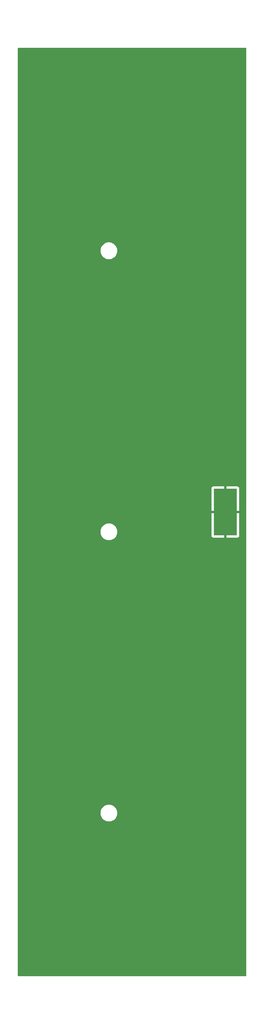
<source format=gbl>
%TF.GenerationSoftware,KiCad,Pcbnew,9.0.0*%
%TF.CreationDate,2025-03-16T10:30:10+01:00*%
%TF.ProjectId,DMH_Tripple_VCA_PANEL,444d485f-5472-4697-9070-6c655f564341,rev?*%
%TF.SameCoordinates,Original*%
%TF.FileFunction,Copper,L2,Bot*%
%TF.FilePolarity,Positive*%
%FSLAX46Y46*%
G04 Gerber Fmt 4.6, Leading zero omitted, Abs format (unit mm)*
G04 Created by KiCad (PCBNEW 9.0.0) date 2025-03-16 10:30:10*
%MOMM*%
%LPD*%
G01*
G04 APERTURE LIST*
%TA.AperFunction,ConnectorPad*%
%ADD10C,12.000000*%
%TD*%
%TA.AperFunction,ComponentPad*%
%ADD11O,2.500000X1.500000*%
%TD*%
%TA.AperFunction,ComponentPad*%
%ADD12C,4.000000*%
%TD*%
%TA.AperFunction,ComponentPad*%
%ADD13C,0.500000*%
%TD*%
%TA.AperFunction,ComponentPad*%
%ADD14C,2.900000*%
%TD*%
%TA.AperFunction,ComponentPad*%
%ADD15C,13.000000*%
%TD*%
%TA.AperFunction,SMDPad,CuDef*%
%ADD16R,5.000000X10.000000*%
%TD*%
G04 APERTURE END LIST*
D10*
%TO.P,H13,1,1*%
%TO.N,GND*%
X83250000Y-181000000D03*
D11*
X83250000Y-187000000D03*
%TD*%
D12*
%TO.P,H3,1,1*%
%TO.N,GND*%
X53500000Y-226500000D03*
%TD*%
D13*
%TO.P,H11,1,1*%
%TO.N,GND*%
X52800000Y-130000000D03*
X54460000Y-125970000D03*
X54470000Y-134040000D03*
X58500000Y-124300000D03*
D10*
X58500000Y-130000000D03*
D13*
X58500000Y-135700000D03*
X62530000Y-134040000D03*
X62540000Y-125970000D03*
X64200000Y-130000000D03*
%TD*%
%TO.P,H7,1,1*%
%TO.N,GND*%
X52800000Y-69750000D03*
X54460000Y-65720000D03*
X54470000Y-73790000D03*
X58500000Y-64050000D03*
D10*
X58500000Y-69750000D03*
D13*
X58500000Y-75450000D03*
X62530000Y-73790000D03*
X62540000Y-65720000D03*
X64200000Y-69750000D03*
%TD*%
D14*
%TO.P,H20,1,1*%
%TO.N,GND*%
X75000000Y-142100000D03*
D15*
X75000000Y-148500000D03*
%TD*%
D13*
%TO.P,H16,1,1*%
%TO.N,GND*%
X52800000Y-208750000D03*
X54460000Y-204720000D03*
X54470000Y-212790000D03*
X58500000Y-203050000D03*
D10*
X58500000Y-208750000D03*
D13*
X58500000Y-214450000D03*
X62530000Y-212790000D03*
X62540000Y-204720000D03*
X64200000Y-208750000D03*
%TD*%
%TO.P,H15,1,1*%
%TO.N,GND*%
X52800000Y-190250000D03*
X54460000Y-186220000D03*
X54470000Y-194290000D03*
X58500000Y-184550000D03*
D10*
X58500000Y-190250000D03*
D13*
X58500000Y-195950000D03*
X62530000Y-194290000D03*
X62540000Y-186220000D03*
X64200000Y-190250000D03*
%TD*%
%TO.P,H12,1,1*%
%TO.N,GND*%
X52800000Y-148500000D03*
X54460000Y-144470000D03*
X54470000Y-152540000D03*
X58500000Y-142800000D03*
D10*
X58500000Y-148500000D03*
D13*
X58500000Y-154200000D03*
X62530000Y-152540000D03*
X62540000Y-144470000D03*
X64200000Y-148500000D03*
%TD*%
%TO.P,H14,1,1*%
%TO.N,GND*%
X52800000Y-171750000D03*
X54460000Y-167720000D03*
X54470000Y-175790000D03*
X58500000Y-166050000D03*
D10*
X58500000Y-171750000D03*
D13*
X58500000Y-177450000D03*
X62530000Y-175790000D03*
X62540000Y-167720000D03*
X64200000Y-171750000D03*
%TD*%
%TO.P,H10,1,1*%
%TO.N,GND*%
X52800000Y-111500000D03*
X54460000Y-107470000D03*
X54470000Y-115540000D03*
X58500000Y-105800000D03*
D10*
X58500000Y-111500000D03*
D13*
X58500000Y-117200000D03*
X62530000Y-115540000D03*
X62540000Y-107470000D03*
X64200000Y-111500000D03*
%TD*%
D10*
%TO.P,H5,1,1*%
%TO.N,GND*%
X83250000Y-60500000D03*
D11*
X83250000Y-66500000D03*
%TD*%
D14*
%TO.P,H21,1,1*%
%TO.N,GND*%
X75000000Y-202350000D03*
D15*
X75000000Y-208750000D03*
%TD*%
D12*
%TO.P,H2,1,1*%
%TO.N,GND*%
X96500000Y-33500000D03*
%TD*%
%TO.P,H4,1,1*%
%TO.N,GND*%
X96500000Y-226500000D03*
%TD*%
%TO.P,H1,1,1*%
%TO.N,GND*%
X53500000Y-33500000D03*
%TD*%
D14*
%TO.P,H19,1,1*%
%TO.N,GND*%
X75000000Y-81850000D03*
D15*
X75000000Y-88250000D03*
%TD*%
D10*
%TO.P,H9,1,1*%
%TO.N,GND*%
X83250000Y-120750000D03*
D11*
X83250000Y-126750000D03*
%TD*%
D13*
%TO.P,H6,1,1*%
%TO.N,GND*%
X52800000Y-51250000D03*
X54460000Y-47220000D03*
X54470000Y-55290000D03*
X58500000Y-45550000D03*
D10*
X58500000Y-51250000D03*
D13*
X58500000Y-56950000D03*
X62530000Y-55290000D03*
X62540000Y-47220000D03*
X64200000Y-51250000D03*
%TD*%
%TO.P,H18,1,1*%
%TO.N,GND*%
X85800000Y-208750000D03*
X87460000Y-204720000D03*
X87470000Y-212790000D03*
X91500000Y-203050000D03*
D10*
X91500000Y-208750000D03*
D13*
X91500000Y-214450000D03*
X95530000Y-212790000D03*
X95540000Y-204720000D03*
X97200000Y-208750000D03*
%TD*%
%TO.P,H8,1,1*%
%TO.N,GND*%
X52800000Y-88250000D03*
X54460000Y-84220000D03*
X54470000Y-92290000D03*
X58500000Y-82550000D03*
D10*
X58500000Y-88250000D03*
D13*
X58500000Y-93950000D03*
X62530000Y-92290000D03*
X62540000Y-84220000D03*
X64200000Y-88250000D03*
%TD*%
D16*
%TO.P,J0,1,Pin_1*%
%TO.N,GND*%
X95000000Y-130000000D03*
%TD*%
%TA.AperFunction,Conductor*%
%TO.N,GND*%
G36*
X99442539Y-30520185D02*
G01*
X99488294Y-30572989D01*
X99499500Y-30624500D01*
X99499500Y-229375500D01*
X99479815Y-229442539D01*
X99427011Y-229488294D01*
X99375500Y-229499500D01*
X50624500Y-229499500D01*
X50557461Y-229479815D01*
X50511706Y-229427011D01*
X50500500Y-229375500D01*
X50500500Y-208537814D01*
X53099500Y-208537814D01*
X53099500Y-208558097D01*
X53099500Y-208962186D01*
X53132796Y-209385250D01*
X53199182Y-209804398D01*
X53298250Y-210217045D01*
X53298254Y-210217056D01*
X53429385Y-210620641D01*
X53496000Y-210781463D01*
X53591789Y-211012716D01*
X53784450Y-211390835D01*
X53784457Y-211390848D01*
X53784460Y-211390853D01*
X53807375Y-211428246D01*
X54006184Y-211752672D01*
X54006192Y-211752683D01*
X54006198Y-211752692D01*
X54255617Y-212095989D01*
X54255627Y-212096003D01*
X54378919Y-212240358D01*
X54531231Y-212418692D01*
X54831308Y-212718769D01*
X54831314Y-212718774D01*
X55153996Y-212994372D01*
X55154010Y-212994382D01*
X55361749Y-213145313D01*
X55497328Y-213243816D01*
X55625685Y-213322473D01*
X55859146Y-213465539D01*
X55859151Y-213465542D01*
X55859156Y-213465544D01*
X55859165Y-213465550D01*
X56237284Y-213658211D01*
X56629353Y-213820612D01*
X56629358Y-213820614D01*
X56731979Y-213853957D01*
X57032955Y-213951750D01*
X57445602Y-214050818D01*
X57864750Y-214117204D01*
X58287814Y-214150500D01*
X58287822Y-214150500D01*
X58712178Y-214150500D01*
X58712186Y-214150500D01*
X59135250Y-214117204D01*
X59554398Y-214050818D01*
X59967045Y-213951750D01*
X60370647Y-213820612D01*
X60762716Y-213658211D01*
X61140835Y-213465550D01*
X61502672Y-213243816D01*
X61845997Y-212994377D01*
X62168692Y-212718769D01*
X62468769Y-212418692D01*
X62744377Y-212095997D01*
X62993816Y-211752672D01*
X63215550Y-211390835D01*
X63408211Y-211012716D01*
X63570612Y-210620647D01*
X63701750Y-210217045D01*
X63800818Y-209804398D01*
X63867204Y-209385250D01*
X63900500Y-208962186D01*
X63900500Y-208537814D01*
X86099500Y-208537814D01*
X86099500Y-208558097D01*
X86099500Y-208962186D01*
X86132796Y-209385250D01*
X86199182Y-209804398D01*
X86298250Y-210217045D01*
X86298254Y-210217056D01*
X86429385Y-210620641D01*
X86496000Y-210781463D01*
X86591789Y-211012716D01*
X86784450Y-211390835D01*
X86784457Y-211390848D01*
X86784460Y-211390853D01*
X86807375Y-211428246D01*
X87006184Y-211752672D01*
X87006192Y-211752683D01*
X87006198Y-211752692D01*
X87255617Y-212095989D01*
X87255627Y-212096003D01*
X87378919Y-212240358D01*
X87531231Y-212418692D01*
X87831308Y-212718769D01*
X87831314Y-212718774D01*
X88153996Y-212994372D01*
X88154010Y-212994382D01*
X88361749Y-213145313D01*
X88497328Y-213243816D01*
X88625685Y-213322473D01*
X88859146Y-213465539D01*
X88859151Y-213465542D01*
X88859156Y-213465544D01*
X88859165Y-213465550D01*
X89237284Y-213658211D01*
X89629353Y-213820612D01*
X89629358Y-213820614D01*
X89731979Y-213853957D01*
X90032955Y-213951750D01*
X90445602Y-214050818D01*
X90864750Y-214117204D01*
X91287814Y-214150500D01*
X91287822Y-214150500D01*
X91712178Y-214150500D01*
X91712186Y-214150500D01*
X92135250Y-214117204D01*
X92554398Y-214050818D01*
X92967045Y-213951750D01*
X93370647Y-213820612D01*
X93762716Y-213658211D01*
X94140835Y-213465550D01*
X94502672Y-213243816D01*
X94845997Y-212994377D01*
X95168692Y-212718769D01*
X95468769Y-212418692D01*
X95744377Y-212095997D01*
X95993816Y-211752672D01*
X96215550Y-211390835D01*
X96408211Y-211012716D01*
X96570612Y-210620647D01*
X96701750Y-210217045D01*
X96800818Y-209804398D01*
X96867204Y-209385250D01*
X96900500Y-208962186D01*
X96900500Y-208537814D01*
X96867204Y-208114750D01*
X96800818Y-207695602D01*
X96701750Y-207282955D01*
X96570612Y-206879353D01*
X96408211Y-206487284D01*
X96215550Y-206109165D01*
X96215544Y-206109156D01*
X96215542Y-206109151D01*
X96215539Y-206109146D01*
X95993823Y-205747340D01*
X95993816Y-205747328D01*
X95744377Y-205404003D01*
X95744372Y-205403996D01*
X95468774Y-205081314D01*
X95468769Y-205081308D01*
X95168692Y-204781231D01*
X95168685Y-204781225D01*
X94846003Y-204505627D01*
X94845989Y-204505617D01*
X94502692Y-204256198D01*
X94502683Y-204256192D01*
X94502672Y-204256184D01*
X94502659Y-204256176D01*
X94140853Y-204034460D01*
X94140848Y-204034457D01*
X94140838Y-204034452D01*
X94140835Y-204034450D01*
X93762716Y-203841789D01*
X93762702Y-203841783D01*
X93370641Y-203679385D01*
X93083478Y-203586081D01*
X92967045Y-203548250D01*
X92554398Y-203449182D01*
X92135250Y-203382796D01*
X91712191Y-203349500D01*
X91712186Y-203349500D01*
X91287814Y-203349500D01*
X91287808Y-203349500D01*
X90864749Y-203382796D01*
X90864748Y-203382796D01*
X90445607Y-203449181D01*
X90445604Y-203449181D01*
X90445602Y-203449182D01*
X90297817Y-203484661D01*
X90032966Y-203548247D01*
X90032960Y-203548248D01*
X90032955Y-203548250D01*
X90032943Y-203548254D01*
X89629358Y-203679385D01*
X89237297Y-203841783D01*
X89237284Y-203841789D01*
X88859151Y-204034457D01*
X88859146Y-204034460D01*
X88497340Y-204256176D01*
X88497307Y-204256198D01*
X88154010Y-204505617D01*
X88153996Y-204505627D01*
X87831314Y-204781225D01*
X87831300Y-204781238D01*
X87531238Y-205081300D01*
X87531225Y-205081314D01*
X87255627Y-205403996D01*
X87255617Y-205404010D01*
X87006198Y-205747307D01*
X87006176Y-205747340D01*
X86784460Y-206109146D01*
X86784457Y-206109151D01*
X86591789Y-206487284D01*
X86591783Y-206487297D01*
X86429385Y-206879358D01*
X86298254Y-207282943D01*
X86298247Y-207282966D01*
X86199181Y-207695607D01*
X86183000Y-207797774D01*
X86132796Y-208114750D01*
X86099500Y-208537814D01*
X63900500Y-208537814D01*
X63867204Y-208114750D01*
X63800818Y-207695602D01*
X63701750Y-207282955D01*
X63570612Y-206879353D01*
X63408211Y-206487284D01*
X63215550Y-206109165D01*
X63215544Y-206109156D01*
X63215542Y-206109151D01*
X63215539Y-206109146D01*
X62993823Y-205747340D01*
X62993816Y-205747328D01*
X62744377Y-205404003D01*
X62744372Y-205403996D01*
X62468774Y-205081314D01*
X62468769Y-205081308D01*
X62168692Y-204781231D01*
X62168685Y-204781225D01*
X61846003Y-204505627D01*
X61845989Y-204505617D01*
X61502692Y-204256198D01*
X61502683Y-204256192D01*
X61502672Y-204256184D01*
X61502659Y-204256176D01*
X61140853Y-204034460D01*
X61140848Y-204034457D01*
X61140838Y-204034452D01*
X61140835Y-204034450D01*
X60762716Y-203841789D01*
X60762702Y-203841783D01*
X60370641Y-203679385D01*
X60083478Y-203586081D01*
X59967045Y-203548250D01*
X59554398Y-203449182D01*
X59135250Y-203382796D01*
X58712191Y-203349500D01*
X58712186Y-203349500D01*
X58287814Y-203349500D01*
X58287808Y-203349500D01*
X57864749Y-203382796D01*
X57864748Y-203382796D01*
X57445607Y-203449181D01*
X57445604Y-203449181D01*
X57445602Y-203449182D01*
X57297817Y-203484661D01*
X57032966Y-203548247D01*
X57032960Y-203548248D01*
X57032955Y-203548250D01*
X57032943Y-203548254D01*
X56629358Y-203679385D01*
X56237297Y-203841783D01*
X56237284Y-203841789D01*
X55859151Y-204034457D01*
X55859146Y-204034460D01*
X55497340Y-204256176D01*
X55497307Y-204256198D01*
X55154010Y-204505617D01*
X55153996Y-204505627D01*
X54831314Y-204781225D01*
X54831300Y-204781238D01*
X54531238Y-205081300D01*
X54531225Y-205081314D01*
X54255627Y-205403996D01*
X54255617Y-205404010D01*
X54006198Y-205747307D01*
X54006176Y-205747340D01*
X53784460Y-206109146D01*
X53784457Y-206109151D01*
X53591789Y-206487284D01*
X53591783Y-206487297D01*
X53429385Y-206879358D01*
X53298254Y-207282943D01*
X53298247Y-207282966D01*
X53199181Y-207695607D01*
X53183000Y-207797774D01*
X53132796Y-208114750D01*
X53099500Y-208537814D01*
X50500500Y-208537814D01*
X50500500Y-190037814D01*
X53099500Y-190037814D01*
X53099500Y-190058097D01*
X53099500Y-190462186D01*
X53132796Y-190885250D01*
X53199182Y-191304398D01*
X53298250Y-191717045D01*
X53298254Y-191717056D01*
X53429385Y-192120641D01*
X53496000Y-192281463D01*
X53591789Y-192512716D01*
X53784450Y-192890835D01*
X53784457Y-192890848D01*
X53784460Y-192890853D01*
X53939227Y-193143408D01*
X54006184Y-193252672D01*
X54006192Y-193252683D01*
X54006198Y-193252692D01*
X54255617Y-193595989D01*
X54255627Y-193596003D01*
X54378919Y-193740358D01*
X54531231Y-193918692D01*
X54831308Y-194218769D01*
X54831314Y-194218774D01*
X55153996Y-194494372D01*
X55154010Y-194494382D01*
X55361749Y-194645313D01*
X55497328Y-194743816D01*
X55625685Y-194822473D01*
X55859146Y-194965539D01*
X55859151Y-194965542D01*
X55859156Y-194965544D01*
X55859165Y-194965550D01*
X56237284Y-195158211D01*
X56629353Y-195320612D01*
X56629358Y-195320614D01*
X56731979Y-195353957D01*
X57032955Y-195451750D01*
X57445602Y-195550818D01*
X57864750Y-195617204D01*
X58287814Y-195650500D01*
X58287822Y-195650500D01*
X58712178Y-195650500D01*
X58712186Y-195650500D01*
X59135250Y-195617204D01*
X59554398Y-195550818D01*
X59967045Y-195451750D01*
X60370647Y-195320612D01*
X60762716Y-195158211D01*
X61140835Y-194965550D01*
X61502672Y-194743816D01*
X61845997Y-194494377D01*
X61977579Y-194381995D01*
X68199500Y-194381995D01*
X68199500Y-194618004D01*
X68199501Y-194618020D01*
X68230306Y-194852010D01*
X68291394Y-195079993D01*
X68381714Y-195298045D01*
X68381719Y-195298056D01*
X68452677Y-195420957D01*
X68499727Y-195502450D01*
X68499729Y-195502453D01*
X68499730Y-195502454D01*
X68643406Y-195689697D01*
X68643412Y-195689704D01*
X68810295Y-195856587D01*
X68810301Y-195856592D01*
X68997550Y-196000273D01*
X69128918Y-196076118D01*
X69201943Y-196118280D01*
X69201948Y-196118282D01*
X69201951Y-196118284D01*
X69420007Y-196208606D01*
X69647986Y-196269693D01*
X69881989Y-196300500D01*
X69881996Y-196300500D01*
X70118004Y-196300500D01*
X70118011Y-196300500D01*
X70352014Y-196269693D01*
X70579993Y-196208606D01*
X70798049Y-196118284D01*
X71002450Y-196000273D01*
X71189699Y-195856592D01*
X71356592Y-195689699D01*
X71500273Y-195502450D01*
X71618284Y-195298049D01*
X71708606Y-195079993D01*
X71769693Y-194852014D01*
X71800500Y-194618011D01*
X71800500Y-194381989D01*
X71769693Y-194147986D01*
X71708606Y-193920007D01*
X71618284Y-193701951D01*
X71618282Y-193701948D01*
X71618280Y-193701943D01*
X71557107Y-193595989D01*
X71500273Y-193497550D01*
X71356592Y-193310301D01*
X71356587Y-193310295D01*
X71189704Y-193143412D01*
X71189697Y-193143406D01*
X71002454Y-192999730D01*
X71002453Y-192999729D01*
X71002450Y-192999727D01*
X70920957Y-192952677D01*
X70798056Y-192881719D01*
X70798045Y-192881714D01*
X70579993Y-192791394D01*
X70352010Y-192730306D01*
X70118020Y-192699501D01*
X70118017Y-192699500D01*
X70118011Y-192699500D01*
X69881989Y-192699500D01*
X69881983Y-192699500D01*
X69881979Y-192699501D01*
X69647989Y-192730306D01*
X69420006Y-192791394D01*
X69201954Y-192881714D01*
X69201943Y-192881719D01*
X68997545Y-192999730D01*
X68810302Y-193143406D01*
X68810295Y-193143412D01*
X68643412Y-193310295D01*
X68643406Y-193310302D01*
X68499730Y-193497545D01*
X68381719Y-193701943D01*
X68381714Y-193701954D01*
X68291394Y-193920006D01*
X68230306Y-194147989D01*
X68199501Y-194381979D01*
X68199500Y-194381995D01*
X61977579Y-194381995D01*
X62168692Y-194218769D01*
X62468769Y-193918692D01*
X62744377Y-193595997D01*
X62993816Y-193252672D01*
X63215550Y-192890835D01*
X63408211Y-192512716D01*
X63570612Y-192120647D01*
X63701750Y-191717045D01*
X63800818Y-191304398D01*
X63867204Y-190885250D01*
X63900500Y-190462186D01*
X63900500Y-190037814D01*
X63867204Y-189614750D01*
X63800818Y-189195602D01*
X63701750Y-188782955D01*
X63570612Y-188379353D01*
X63408211Y-187987284D01*
X63215550Y-187609165D01*
X63215544Y-187609156D01*
X63215542Y-187609151D01*
X63215539Y-187609146D01*
X62993823Y-187247340D01*
X62993816Y-187247328D01*
X62744377Y-186904003D01*
X62744372Y-186903996D01*
X62468774Y-186581314D01*
X62468769Y-186581308D01*
X62168692Y-186281231D01*
X62168685Y-186281225D01*
X61846003Y-186005627D01*
X61845989Y-186005617D01*
X61502692Y-185756198D01*
X61502683Y-185756192D01*
X61502672Y-185756184D01*
X61502659Y-185756176D01*
X61140853Y-185534460D01*
X61140848Y-185534457D01*
X61140838Y-185534452D01*
X61140835Y-185534450D01*
X60762716Y-185341789D01*
X60762702Y-185341783D01*
X60370641Y-185179385D01*
X60083478Y-185086081D01*
X59967045Y-185048250D01*
X59554398Y-184949182D01*
X59135250Y-184882796D01*
X58712191Y-184849500D01*
X58712186Y-184849500D01*
X58287814Y-184849500D01*
X58287808Y-184849500D01*
X57864749Y-184882796D01*
X57864748Y-184882796D01*
X57445607Y-184949181D01*
X57445604Y-184949181D01*
X57445602Y-184949182D01*
X57392324Y-184961973D01*
X57032966Y-185048247D01*
X57032960Y-185048248D01*
X57032955Y-185048250D01*
X57032943Y-185048254D01*
X56629358Y-185179385D01*
X56237297Y-185341783D01*
X56237284Y-185341789D01*
X55859151Y-185534457D01*
X55859146Y-185534460D01*
X55497340Y-185756176D01*
X55497307Y-185756198D01*
X55154010Y-186005617D01*
X55153996Y-186005627D01*
X54831314Y-186281225D01*
X54831300Y-186281238D01*
X54531238Y-186581300D01*
X54531225Y-186581314D01*
X54255627Y-186903996D01*
X54255617Y-186904010D01*
X54006198Y-187247307D01*
X54006176Y-187247340D01*
X53784460Y-187609146D01*
X53784457Y-187609151D01*
X53591789Y-187987284D01*
X53591783Y-187987297D01*
X53429385Y-188379358D01*
X53298254Y-188782943D01*
X53298247Y-188782966D01*
X53199181Y-189195607D01*
X53183000Y-189297774D01*
X53132796Y-189614750D01*
X53099500Y-190037814D01*
X50500500Y-190037814D01*
X50500500Y-180803471D01*
X79249500Y-180803471D01*
X79249500Y-181196528D01*
X79288026Y-181587702D01*
X79364704Y-181973194D01*
X79364707Y-181973205D01*
X79478810Y-182349354D01*
X79629230Y-182712499D01*
X79629232Y-182712504D01*
X79814511Y-183059137D01*
X79814522Y-183059155D01*
X80032887Y-183385960D01*
X80032897Y-183385974D01*
X80282254Y-183689817D01*
X80560182Y-183967745D01*
X80560187Y-183967749D01*
X80560188Y-183967750D01*
X80864031Y-184217107D01*
X81190851Y-184435482D01*
X81190860Y-184435487D01*
X81190862Y-184435488D01*
X81537495Y-184620767D01*
X81537497Y-184620767D01*
X81537503Y-184620771D01*
X81900647Y-184771190D01*
X82276785Y-184885290D01*
X82276791Y-184885291D01*
X82276794Y-184885292D01*
X82276805Y-184885295D01*
X82662297Y-184961973D01*
X83053468Y-185000500D01*
X83053471Y-185000500D01*
X83446529Y-185000500D01*
X83446532Y-185000500D01*
X83837703Y-184961973D01*
X83912748Y-184947045D01*
X84223194Y-184885295D01*
X84223205Y-184885292D01*
X84223205Y-184885291D01*
X84223215Y-184885290D01*
X84599353Y-184771190D01*
X84962497Y-184620771D01*
X85309149Y-184435482D01*
X85635969Y-184217107D01*
X85939812Y-183967750D01*
X86217750Y-183689812D01*
X86467107Y-183385969D01*
X86685482Y-183059149D01*
X86870771Y-182712497D01*
X87021190Y-182349353D01*
X87135290Y-181973215D01*
X87135292Y-181973205D01*
X87135295Y-181973194D01*
X87211973Y-181587702D01*
X87250500Y-181196528D01*
X87250500Y-180803471D01*
X87211973Y-180412297D01*
X87135295Y-180026805D01*
X87135292Y-180026794D01*
X87135291Y-180026791D01*
X87135290Y-180026785D01*
X87021190Y-179650647D01*
X86870771Y-179287503D01*
X86858355Y-179264275D01*
X86685488Y-178940862D01*
X86685487Y-178940860D01*
X86685482Y-178940851D01*
X86467107Y-178614031D01*
X86217750Y-178310188D01*
X86217749Y-178310187D01*
X86217745Y-178310182D01*
X85939817Y-178032254D01*
X85635974Y-177782897D01*
X85635973Y-177782896D01*
X85635969Y-177782893D01*
X85309149Y-177564518D01*
X85309144Y-177564515D01*
X85309137Y-177564511D01*
X84962504Y-177379232D01*
X84962499Y-177379230D01*
X84599354Y-177228810D01*
X84223205Y-177114707D01*
X84223194Y-177114704D01*
X83837702Y-177038026D01*
X83543089Y-177009010D01*
X83446532Y-176999500D01*
X83053468Y-176999500D01*
X82964251Y-177008287D01*
X82662297Y-177038026D01*
X82276805Y-177114704D01*
X82276794Y-177114707D01*
X81900645Y-177228810D01*
X81537500Y-177379230D01*
X81537495Y-177379232D01*
X81190862Y-177564511D01*
X81190844Y-177564522D01*
X80864039Y-177782887D01*
X80864025Y-177782897D01*
X80560182Y-178032254D01*
X80282254Y-178310182D01*
X80032897Y-178614025D01*
X80032887Y-178614039D01*
X79814522Y-178940844D01*
X79814511Y-178940862D01*
X79629232Y-179287495D01*
X79629230Y-179287500D01*
X79478810Y-179650645D01*
X79364707Y-180026794D01*
X79364704Y-180026805D01*
X79288026Y-180412297D01*
X79249500Y-180803471D01*
X50500500Y-180803471D01*
X50500500Y-171537814D01*
X53099500Y-171537814D01*
X53099500Y-171558097D01*
X53099500Y-171962186D01*
X53132796Y-172385250D01*
X53199182Y-172804398D01*
X53298250Y-173217045D01*
X53298254Y-173217056D01*
X53429385Y-173620641D01*
X53496000Y-173781463D01*
X53591789Y-174012716D01*
X53784450Y-174390835D01*
X53784457Y-174390848D01*
X53784460Y-174390853D01*
X53807375Y-174428246D01*
X54006184Y-174752672D01*
X54006192Y-174752683D01*
X54006198Y-174752692D01*
X54255617Y-175095989D01*
X54255627Y-175096003D01*
X54378919Y-175240358D01*
X54531231Y-175418692D01*
X54831308Y-175718769D01*
X54831314Y-175718774D01*
X55153996Y-175994372D01*
X55154010Y-175994382D01*
X55361749Y-176145313D01*
X55497328Y-176243816D01*
X55625685Y-176322473D01*
X55859146Y-176465539D01*
X55859151Y-176465542D01*
X55859156Y-176465544D01*
X55859165Y-176465550D01*
X56237284Y-176658211D01*
X56629353Y-176820612D01*
X56629358Y-176820614D01*
X56731979Y-176853957D01*
X57032955Y-176951750D01*
X57445602Y-177050818D01*
X57864750Y-177117204D01*
X58287814Y-177150500D01*
X58287822Y-177150500D01*
X58712178Y-177150500D01*
X58712186Y-177150500D01*
X59135250Y-177117204D01*
X59554398Y-177050818D01*
X59967045Y-176951750D01*
X60370647Y-176820612D01*
X60762716Y-176658211D01*
X61140835Y-176465550D01*
X61502672Y-176243816D01*
X61845997Y-175994377D01*
X62168692Y-175718769D01*
X62468769Y-175418692D01*
X62744377Y-175095997D01*
X62993816Y-174752672D01*
X63215550Y-174390835D01*
X63408211Y-174012716D01*
X63570612Y-173620647D01*
X63701750Y-173217045D01*
X63800818Y-172804398D01*
X63867204Y-172385250D01*
X63900500Y-171962186D01*
X63900500Y-171537814D01*
X63867204Y-171114750D01*
X63800818Y-170695602D01*
X63701750Y-170282955D01*
X63570612Y-169879353D01*
X63408211Y-169487284D01*
X63215550Y-169109165D01*
X63215544Y-169109156D01*
X63215542Y-169109151D01*
X63215539Y-169109146D01*
X62993823Y-168747340D01*
X62993816Y-168747328D01*
X62744377Y-168404003D01*
X62744372Y-168403996D01*
X62468774Y-168081314D01*
X62468769Y-168081308D01*
X62168692Y-167781231D01*
X62168685Y-167781225D01*
X61846003Y-167505627D01*
X61845989Y-167505617D01*
X61502692Y-167256198D01*
X61502683Y-167256192D01*
X61502672Y-167256184D01*
X61502659Y-167256176D01*
X61140853Y-167034460D01*
X61140848Y-167034457D01*
X61140838Y-167034452D01*
X61140835Y-167034450D01*
X60762716Y-166841789D01*
X60762702Y-166841783D01*
X60370641Y-166679385D01*
X60083478Y-166586081D01*
X59967045Y-166548250D01*
X59554398Y-166449182D01*
X59135250Y-166382796D01*
X58712191Y-166349500D01*
X58712186Y-166349500D01*
X58287814Y-166349500D01*
X58287808Y-166349500D01*
X57864749Y-166382796D01*
X57864748Y-166382796D01*
X57445607Y-166449181D01*
X57445604Y-166449181D01*
X57445602Y-166449182D01*
X57297817Y-166484661D01*
X57032966Y-166548247D01*
X57032960Y-166548248D01*
X57032955Y-166548250D01*
X57032943Y-166548254D01*
X56629358Y-166679385D01*
X56237297Y-166841783D01*
X56237284Y-166841789D01*
X55859151Y-167034457D01*
X55859146Y-167034460D01*
X55497340Y-167256176D01*
X55497307Y-167256198D01*
X55154010Y-167505617D01*
X55153996Y-167505627D01*
X54831314Y-167781225D01*
X54831300Y-167781238D01*
X54531238Y-168081300D01*
X54531225Y-168081314D01*
X54255627Y-168403996D01*
X54255617Y-168404010D01*
X54006198Y-168747307D01*
X54006176Y-168747340D01*
X53784460Y-169109146D01*
X53784457Y-169109151D01*
X53591789Y-169487284D01*
X53591783Y-169487297D01*
X53429385Y-169879358D01*
X53298254Y-170282943D01*
X53298247Y-170282966D01*
X53199181Y-170695607D01*
X53183000Y-170797774D01*
X53132796Y-171114750D01*
X53099500Y-171537814D01*
X50500500Y-171537814D01*
X50500500Y-148287814D01*
X53099500Y-148287814D01*
X53099500Y-148308097D01*
X53099500Y-148712186D01*
X53132796Y-149135250D01*
X53199182Y-149554398D01*
X53298250Y-149967045D01*
X53298254Y-149967056D01*
X53429385Y-150370641D01*
X53496000Y-150531463D01*
X53591789Y-150762716D01*
X53784450Y-151140835D01*
X53784457Y-151140848D01*
X53784460Y-151140853D01*
X53807375Y-151178246D01*
X54006184Y-151502672D01*
X54006192Y-151502683D01*
X54006198Y-151502692D01*
X54255617Y-151845989D01*
X54255627Y-151846003D01*
X54378919Y-151990358D01*
X54531231Y-152168692D01*
X54831308Y-152468769D01*
X54831314Y-152468774D01*
X55153996Y-152744372D01*
X55154010Y-152744382D01*
X55361749Y-152895313D01*
X55497328Y-152993816D01*
X55625685Y-153072473D01*
X55859146Y-153215539D01*
X55859151Y-153215542D01*
X55859156Y-153215544D01*
X55859165Y-153215550D01*
X56237284Y-153408211D01*
X56629353Y-153570612D01*
X56629358Y-153570614D01*
X56731979Y-153603957D01*
X57032955Y-153701750D01*
X57445602Y-153800818D01*
X57864750Y-153867204D01*
X58287814Y-153900500D01*
X58287822Y-153900500D01*
X58712178Y-153900500D01*
X58712186Y-153900500D01*
X59135250Y-153867204D01*
X59554398Y-153800818D01*
X59967045Y-153701750D01*
X60370647Y-153570612D01*
X60762716Y-153408211D01*
X61140835Y-153215550D01*
X61502672Y-152993816D01*
X61845997Y-152744377D01*
X62168692Y-152468769D01*
X62468769Y-152168692D01*
X62744377Y-151845997D01*
X62993816Y-151502672D01*
X63215550Y-151140835D01*
X63408211Y-150762716D01*
X63570612Y-150370647D01*
X63701750Y-149967045D01*
X63800818Y-149554398D01*
X63867204Y-149135250D01*
X63900500Y-148712186D01*
X63900500Y-148287814D01*
X63867204Y-147864750D01*
X63800818Y-147445602D01*
X63701750Y-147032955D01*
X63570612Y-146629353D01*
X63408211Y-146237284D01*
X63215550Y-145859165D01*
X63215544Y-145859156D01*
X63215542Y-145859151D01*
X63215539Y-145859146D01*
X62993823Y-145497340D01*
X62993816Y-145497328D01*
X62744377Y-145154003D01*
X62744372Y-145153996D01*
X62468774Y-144831314D01*
X62468769Y-144831308D01*
X62168692Y-144531231D01*
X62168685Y-144531225D01*
X61846003Y-144255627D01*
X61845989Y-144255617D01*
X61502692Y-144006198D01*
X61502683Y-144006192D01*
X61502672Y-144006184D01*
X61502659Y-144006176D01*
X61140853Y-143784460D01*
X61140848Y-143784457D01*
X61140838Y-143784452D01*
X61140835Y-143784450D01*
X60762716Y-143591789D01*
X60762702Y-143591783D01*
X60370641Y-143429385D01*
X60083478Y-143336081D01*
X59967045Y-143298250D01*
X59554398Y-143199182D01*
X59135250Y-143132796D01*
X58712191Y-143099500D01*
X58712186Y-143099500D01*
X58287814Y-143099500D01*
X58287808Y-143099500D01*
X57864749Y-143132796D01*
X57864748Y-143132796D01*
X57445607Y-143199181D01*
X57445604Y-143199181D01*
X57445602Y-143199182D01*
X57297817Y-143234661D01*
X57032966Y-143298247D01*
X57032960Y-143298248D01*
X57032955Y-143298250D01*
X57032943Y-143298254D01*
X56629358Y-143429385D01*
X56237297Y-143591783D01*
X56237284Y-143591789D01*
X55859151Y-143784457D01*
X55859146Y-143784460D01*
X55497340Y-144006176D01*
X55497307Y-144006198D01*
X55154010Y-144255617D01*
X55153996Y-144255627D01*
X54831314Y-144531225D01*
X54831300Y-144531238D01*
X54531238Y-144831300D01*
X54531225Y-144831314D01*
X54255627Y-145153996D01*
X54255617Y-145154010D01*
X54006198Y-145497307D01*
X54006176Y-145497340D01*
X53784460Y-145859146D01*
X53784457Y-145859151D01*
X53591789Y-146237284D01*
X53591783Y-146237297D01*
X53429385Y-146629358D01*
X53298254Y-147032943D01*
X53298247Y-147032966D01*
X53199181Y-147445607D01*
X53183000Y-147547774D01*
X53132796Y-147864750D01*
X53099500Y-148287814D01*
X50500500Y-148287814D01*
X50500500Y-129787814D01*
X53099500Y-129787814D01*
X53099500Y-129808097D01*
X53099500Y-130212186D01*
X53132796Y-130635250D01*
X53199182Y-131054398D01*
X53298250Y-131467045D01*
X53298254Y-131467056D01*
X53429385Y-131870641D01*
X53496000Y-132031463D01*
X53591789Y-132262716D01*
X53784450Y-132640835D01*
X53784457Y-132640848D01*
X53784460Y-132640853D01*
X53939227Y-132893408D01*
X54006184Y-133002672D01*
X54006192Y-133002683D01*
X54006198Y-133002692D01*
X54255617Y-133345989D01*
X54255627Y-133346003D01*
X54378919Y-133490358D01*
X54531231Y-133668692D01*
X54831308Y-133968769D01*
X54831314Y-133968774D01*
X55153996Y-134244372D01*
X55154010Y-134244382D01*
X55361749Y-134395313D01*
X55497328Y-134493816D01*
X55625685Y-134572473D01*
X55859146Y-134715539D01*
X55859151Y-134715542D01*
X55859156Y-134715544D01*
X55859165Y-134715550D01*
X56237284Y-134908211D01*
X56629353Y-135070612D01*
X56629358Y-135070614D01*
X56731979Y-135103957D01*
X57032955Y-135201750D01*
X57445602Y-135300818D01*
X57864750Y-135367204D01*
X58287814Y-135400500D01*
X58287822Y-135400500D01*
X58712178Y-135400500D01*
X58712186Y-135400500D01*
X59135250Y-135367204D01*
X59554398Y-135300818D01*
X59967045Y-135201750D01*
X60370647Y-135070612D01*
X60762716Y-134908211D01*
X61140835Y-134715550D01*
X61502672Y-134493816D01*
X61845997Y-134244377D01*
X61977579Y-134131995D01*
X68199500Y-134131995D01*
X68199500Y-134368004D01*
X68199501Y-134368020D01*
X68230306Y-134602010D01*
X68291394Y-134829993D01*
X68381714Y-135048045D01*
X68381719Y-135048056D01*
X68415966Y-135107372D01*
X68499727Y-135252450D01*
X68499729Y-135252453D01*
X68499730Y-135252454D01*
X68643406Y-135439697D01*
X68643412Y-135439704D01*
X68810295Y-135606587D01*
X68810301Y-135606592D01*
X68997550Y-135750273D01*
X69128918Y-135826118D01*
X69201943Y-135868280D01*
X69201948Y-135868282D01*
X69201951Y-135868284D01*
X69420007Y-135958606D01*
X69647986Y-136019693D01*
X69881989Y-136050500D01*
X69881996Y-136050500D01*
X70118004Y-136050500D01*
X70118011Y-136050500D01*
X70352014Y-136019693D01*
X70579993Y-135958606D01*
X70798049Y-135868284D01*
X71002450Y-135750273D01*
X71189699Y-135606592D01*
X71356592Y-135439699D01*
X71500273Y-135252450D01*
X71618284Y-135048049D01*
X71618369Y-135047844D01*
X92000000Y-135047844D01*
X92006401Y-135107372D01*
X92006403Y-135107379D01*
X92056645Y-135242086D01*
X92056649Y-135242093D01*
X92142809Y-135357187D01*
X92142812Y-135357190D01*
X92257906Y-135443350D01*
X92257913Y-135443354D01*
X92392620Y-135493596D01*
X92392627Y-135493598D01*
X92452155Y-135499999D01*
X92452172Y-135500000D01*
X94750000Y-135500000D01*
X95250000Y-135500000D01*
X97547828Y-135500000D01*
X97547844Y-135499999D01*
X97607372Y-135493598D01*
X97607379Y-135493596D01*
X97742086Y-135443354D01*
X97742093Y-135443350D01*
X97857187Y-135357190D01*
X97857190Y-135357187D01*
X97943350Y-135242093D01*
X97943354Y-135242086D01*
X97993596Y-135107379D01*
X97993598Y-135107372D01*
X97999999Y-135047844D01*
X98000000Y-135047827D01*
X98000000Y-130250000D01*
X95250000Y-130250000D01*
X95250000Y-135500000D01*
X94750000Y-135500000D01*
X94750000Y-130250000D01*
X92000000Y-130250000D01*
X92000000Y-135047844D01*
X71618369Y-135047844D01*
X71708606Y-134829993D01*
X71769693Y-134602014D01*
X71800500Y-134368011D01*
X71800500Y-134131989D01*
X71769693Y-133897986D01*
X71708606Y-133670007D01*
X71618284Y-133451951D01*
X71618282Y-133451948D01*
X71618280Y-133451943D01*
X71557107Y-133345989D01*
X71500273Y-133247550D01*
X71356592Y-133060301D01*
X71356587Y-133060295D01*
X71189704Y-132893412D01*
X71189697Y-132893406D01*
X71002454Y-132749730D01*
X71002453Y-132749729D01*
X71002450Y-132749727D01*
X70920957Y-132702677D01*
X70798056Y-132631719D01*
X70798045Y-132631714D01*
X70579993Y-132541394D01*
X70352010Y-132480306D01*
X70118020Y-132449501D01*
X70118017Y-132449500D01*
X70118011Y-132449500D01*
X69881989Y-132449500D01*
X69881983Y-132449500D01*
X69881979Y-132449501D01*
X69647989Y-132480306D01*
X69420006Y-132541394D01*
X69201954Y-132631714D01*
X69201943Y-132631719D01*
X68997545Y-132749730D01*
X68810302Y-132893406D01*
X68810295Y-132893412D01*
X68643412Y-133060295D01*
X68643406Y-133060302D01*
X68499730Y-133247545D01*
X68381719Y-133451943D01*
X68381714Y-133451954D01*
X68291394Y-133670006D01*
X68230306Y-133897989D01*
X68199501Y-134131979D01*
X68199500Y-134131995D01*
X61977579Y-134131995D01*
X62168692Y-133968769D01*
X62468769Y-133668692D01*
X62744377Y-133345997D01*
X62993816Y-133002672D01*
X63215550Y-132640835D01*
X63408211Y-132262716D01*
X63570612Y-131870647D01*
X63701750Y-131467045D01*
X63800818Y-131054398D01*
X63867204Y-130635250D01*
X63900500Y-130212186D01*
X63900500Y-129787814D01*
X63867204Y-129364750D01*
X63800818Y-128945602D01*
X63701750Y-128532955D01*
X63570612Y-128129353D01*
X63408211Y-127737284D01*
X63215550Y-127359165D01*
X63215544Y-127359156D01*
X63215542Y-127359151D01*
X63215539Y-127359146D01*
X62993823Y-126997340D01*
X62993816Y-126997328D01*
X62744377Y-126654003D01*
X62744372Y-126653996D01*
X62468774Y-126331314D01*
X62468769Y-126331308D01*
X62168692Y-126031231D01*
X62168685Y-126031225D01*
X61846003Y-125755627D01*
X61845989Y-125755617D01*
X61502692Y-125506198D01*
X61502683Y-125506192D01*
X61502672Y-125506184D01*
X61502659Y-125506176D01*
X61140853Y-125284460D01*
X61140848Y-125284457D01*
X61140838Y-125284452D01*
X61140835Y-125284450D01*
X60762716Y-125091789D01*
X60657662Y-125048274D01*
X60425612Y-124952155D01*
X92000000Y-124952155D01*
X92000000Y-129750000D01*
X94750000Y-129750000D01*
X95250000Y-129750000D01*
X98000000Y-129750000D01*
X98000000Y-124952172D01*
X97999999Y-124952155D01*
X97993598Y-124892627D01*
X97993596Y-124892620D01*
X97943354Y-124757913D01*
X97943350Y-124757906D01*
X97857190Y-124642812D01*
X97857187Y-124642809D01*
X97742093Y-124556649D01*
X97742086Y-124556645D01*
X97607379Y-124506403D01*
X97607372Y-124506401D01*
X97547844Y-124500000D01*
X95250000Y-124500000D01*
X95250000Y-129750000D01*
X94750000Y-129750000D01*
X94750000Y-124500000D01*
X92452155Y-124500000D01*
X92392627Y-124506401D01*
X92392620Y-124506403D01*
X92257913Y-124556645D01*
X92257906Y-124556649D01*
X92142812Y-124642809D01*
X92142809Y-124642812D01*
X92056649Y-124757906D01*
X92056645Y-124757913D01*
X92006403Y-124892620D01*
X92006401Y-124892627D01*
X92000000Y-124952155D01*
X60425612Y-124952155D01*
X60370641Y-124929385D01*
X60083478Y-124836081D01*
X59967045Y-124798250D01*
X59554398Y-124699182D01*
X59135250Y-124632796D01*
X58712191Y-124599500D01*
X58712186Y-124599500D01*
X58287814Y-124599500D01*
X58287808Y-124599500D01*
X57864749Y-124632796D01*
X57864748Y-124632796D01*
X57445607Y-124699181D01*
X57445604Y-124699181D01*
X57445602Y-124699182D01*
X57392324Y-124711973D01*
X57032966Y-124798247D01*
X57032960Y-124798248D01*
X57032955Y-124798250D01*
X57032943Y-124798254D01*
X56629358Y-124929385D01*
X56237297Y-125091783D01*
X56237284Y-125091789D01*
X55859151Y-125284457D01*
X55859146Y-125284460D01*
X55497340Y-125506176D01*
X55497307Y-125506198D01*
X55154010Y-125755617D01*
X55153996Y-125755627D01*
X54831314Y-126031225D01*
X54831300Y-126031238D01*
X54531238Y-126331300D01*
X54531225Y-126331314D01*
X54255627Y-126653996D01*
X54255617Y-126654010D01*
X54006198Y-126997307D01*
X54006176Y-126997340D01*
X53784460Y-127359146D01*
X53784457Y-127359151D01*
X53591789Y-127737284D01*
X53591783Y-127737297D01*
X53429385Y-128129358D01*
X53298254Y-128532943D01*
X53298247Y-128532966D01*
X53199181Y-128945607D01*
X53183000Y-129047774D01*
X53132796Y-129364750D01*
X53099500Y-129787814D01*
X50500500Y-129787814D01*
X50500500Y-120553471D01*
X79249500Y-120553471D01*
X79249500Y-120946528D01*
X79288026Y-121337702D01*
X79364704Y-121723194D01*
X79364707Y-121723205D01*
X79478810Y-122099354D01*
X79629230Y-122462499D01*
X79629232Y-122462504D01*
X79814511Y-122809137D01*
X79814522Y-122809155D01*
X80032887Y-123135960D01*
X80032897Y-123135974D01*
X80282254Y-123439817D01*
X80560182Y-123717745D01*
X80560187Y-123717749D01*
X80560188Y-123717750D01*
X80864031Y-123967107D01*
X81190851Y-124185482D01*
X81190860Y-124185487D01*
X81190862Y-124185488D01*
X81537495Y-124370767D01*
X81537497Y-124370767D01*
X81537503Y-124370771D01*
X81900647Y-124521190D01*
X82276785Y-124635290D01*
X82276791Y-124635291D01*
X82276794Y-124635292D01*
X82276805Y-124635295D01*
X82662297Y-124711973D01*
X83053468Y-124750500D01*
X83053471Y-124750500D01*
X83446529Y-124750500D01*
X83446532Y-124750500D01*
X83837703Y-124711973D01*
X83912748Y-124697045D01*
X84223194Y-124635295D01*
X84223205Y-124635292D01*
X84223205Y-124635291D01*
X84223215Y-124635290D01*
X84599353Y-124521190D01*
X84962497Y-124370771D01*
X85309149Y-124185482D01*
X85635969Y-123967107D01*
X85939812Y-123717750D01*
X86217750Y-123439812D01*
X86467107Y-123135969D01*
X86685482Y-122809149D01*
X86870771Y-122462497D01*
X87021190Y-122099353D01*
X87135290Y-121723215D01*
X87135292Y-121723205D01*
X87135295Y-121723194D01*
X87211973Y-121337702D01*
X87250500Y-120946528D01*
X87250500Y-120553471D01*
X87211973Y-120162297D01*
X87135295Y-119776805D01*
X87135292Y-119776794D01*
X87135291Y-119776791D01*
X87135290Y-119776785D01*
X87021190Y-119400647D01*
X86870771Y-119037503D01*
X86858355Y-119014275D01*
X86685488Y-118690862D01*
X86685487Y-118690860D01*
X86685482Y-118690851D01*
X86467107Y-118364031D01*
X86217750Y-118060188D01*
X86217749Y-118060187D01*
X86217745Y-118060182D01*
X85939817Y-117782254D01*
X85635974Y-117532897D01*
X85635973Y-117532896D01*
X85635969Y-117532893D01*
X85309149Y-117314518D01*
X85309144Y-117314515D01*
X85309137Y-117314511D01*
X84962504Y-117129232D01*
X84962499Y-117129230D01*
X84599354Y-116978810D01*
X84223205Y-116864707D01*
X84223194Y-116864704D01*
X83837702Y-116788026D01*
X83543089Y-116759010D01*
X83446532Y-116749500D01*
X83053468Y-116749500D01*
X82964251Y-116758287D01*
X82662297Y-116788026D01*
X82276805Y-116864704D01*
X82276794Y-116864707D01*
X81900645Y-116978810D01*
X81537500Y-117129230D01*
X81537495Y-117129232D01*
X81190862Y-117314511D01*
X81190844Y-117314522D01*
X80864039Y-117532887D01*
X80864025Y-117532897D01*
X80560182Y-117782254D01*
X80282254Y-118060182D01*
X80032897Y-118364025D01*
X80032887Y-118364039D01*
X79814522Y-118690844D01*
X79814511Y-118690862D01*
X79629232Y-119037495D01*
X79629230Y-119037500D01*
X79478810Y-119400645D01*
X79364707Y-119776794D01*
X79364704Y-119776805D01*
X79288026Y-120162297D01*
X79249500Y-120553471D01*
X50500500Y-120553471D01*
X50500500Y-111287814D01*
X53099500Y-111287814D01*
X53099500Y-111308097D01*
X53099500Y-111712186D01*
X53132796Y-112135250D01*
X53199182Y-112554398D01*
X53298250Y-112967045D01*
X53298254Y-112967056D01*
X53429385Y-113370641D01*
X53496000Y-113531463D01*
X53591789Y-113762716D01*
X53784450Y-114140835D01*
X53784457Y-114140848D01*
X53784460Y-114140853D01*
X53807375Y-114178246D01*
X54006184Y-114502672D01*
X54006192Y-114502683D01*
X54006198Y-114502692D01*
X54255617Y-114845989D01*
X54255627Y-114846003D01*
X54378919Y-114990358D01*
X54531231Y-115168692D01*
X54831308Y-115468769D01*
X54831314Y-115468774D01*
X55153996Y-115744372D01*
X55154010Y-115744382D01*
X55361749Y-115895313D01*
X55497328Y-115993816D01*
X55625685Y-116072473D01*
X55859146Y-116215539D01*
X55859151Y-116215542D01*
X55859156Y-116215544D01*
X55859165Y-116215550D01*
X56237284Y-116408211D01*
X56629353Y-116570612D01*
X56629358Y-116570614D01*
X56731979Y-116603957D01*
X57032955Y-116701750D01*
X57445602Y-116800818D01*
X57864750Y-116867204D01*
X58287814Y-116900500D01*
X58287822Y-116900500D01*
X58712178Y-116900500D01*
X58712186Y-116900500D01*
X59135250Y-116867204D01*
X59554398Y-116800818D01*
X59967045Y-116701750D01*
X60370647Y-116570612D01*
X60762716Y-116408211D01*
X61140835Y-116215550D01*
X61502672Y-115993816D01*
X61845997Y-115744377D01*
X62168692Y-115468769D01*
X62468769Y-115168692D01*
X62744377Y-114845997D01*
X62993816Y-114502672D01*
X63215550Y-114140835D01*
X63408211Y-113762716D01*
X63570612Y-113370647D01*
X63701750Y-112967045D01*
X63800818Y-112554398D01*
X63867204Y-112135250D01*
X63900500Y-111712186D01*
X63900500Y-111287814D01*
X63867204Y-110864750D01*
X63800818Y-110445602D01*
X63701750Y-110032955D01*
X63570612Y-109629353D01*
X63408211Y-109237284D01*
X63215550Y-108859165D01*
X63215544Y-108859156D01*
X63215542Y-108859151D01*
X63215539Y-108859146D01*
X62993823Y-108497340D01*
X62993816Y-108497328D01*
X62744377Y-108154003D01*
X62744372Y-108153996D01*
X62468774Y-107831314D01*
X62468769Y-107831308D01*
X62168692Y-107531231D01*
X62168685Y-107531225D01*
X61846003Y-107255627D01*
X61845989Y-107255617D01*
X61502692Y-107006198D01*
X61502683Y-107006192D01*
X61502672Y-107006184D01*
X61502659Y-107006176D01*
X61140853Y-106784460D01*
X61140848Y-106784457D01*
X61140838Y-106784452D01*
X61140835Y-106784450D01*
X60762716Y-106591789D01*
X60762702Y-106591783D01*
X60370641Y-106429385D01*
X60083478Y-106336081D01*
X59967045Y-106298250D01*
X59554398Y-106199182D01*
X59135250Y-106132796D01*
X58712191Y-106099500D01*
X58712186Y-106099500D01*
X58287814Y-106099500D01*
X58287808Y-106099500D01*
X57864749Y-106132796D01*
X57864748Y-106132796D01*
X57445607Y-106199181D01*
X57445604Y-106199181D01*
X57445602Y-106199182D01*
X57297817Y-106234661D01*
X57032966Y-106298247D01*
X57032960Y-106298248D01*
X57032955Y-106298250D01*
X57032943Y-106298254D01*
X56629358Y-106429385D01*
X56237297Y-106591783D01*
X56237284Y-106591789D01*
X55859151Y-106784457D01*
X55859146Y-106784460D01*
X55497340Y-107006176D01*
X55497307Y-107006198D01*
X55154010Y-107255617D01*
X55153996Y-107255627D01*
X54831314Y-107531225D01*
X54831300Y-107531238D01*
X54531238Y-107831300D01*
X54531225Y-107831314D01*
X54255627Y-108153996D01*
X54255617Y-108154010D01*
X54006198Y-108497307D01*
X54006176Y-108497340D01*
X53784460Y-108859146D01*
X53784457Y-108859151D01*
X53591789Y-109237284D01*
X53591783Y-109237297D01*
X53429385Y-109629358D01*
X53298254Y-110032943D01*
X53298247Y-110032966D01*
X53199181Y-110445607D01*
X53183000Y-110547774D01*
X53132796Y-110864750D01*
X53099500Y-111287814D01*
X50500500Y-111287814D01*
X50500500Y-88037814D01*
X53099500Y-88037814D01*
X53099500Y-88058097D01*
X53099500Y-88462186D01*
X53132796Y-88885250D01*
X53199182Y-89304398D01*
X53298250Y-89717045D01*
X53298254Y-89717056D01*
X53429385Y-90120641D01*
X53496000Y-90281463D01*
X53591789Y-90512716D01*
X53784450Y-90890835D01*
X53784457Y-90890848D01*
X53784460Y-90890853D01*
X53807375Y-90928246D01*
X54006184Y-91252672D01*
X54006192Y-91252683D01*
X54006198Y-91252692D01*
X54255617Y-91595989D01*
X54255627Y-91596003D01*
X54378919Y-91740358D01*
X54531231Y-91918692D01*
X54831308Y-92218769D01*
X54831314Y-92218774D01*
X55153996Y-92494372D01*
X55154010Y-92494382D01*
X55361749Y-92645313D01*
X55497328Y-92743816D01*
X55625685Y-92822473D01*
X55859146Y-92965539D01*
X55859151Y-92965542D01*
X55859156Y-92965544D01*
X55859165Y-92965550D01*
X56237284Y-93158211D01*
X56629353Y-93320612D01*
X56629358Y-93320614D01*
X56731979Y-93353957D01*
X57032955Y-93451750D01*
X57445602Y-93550818D01*
X57864750Y-93617204D01*
X58287814Y-93650500D01*
X58287822Y-93650500D01*
X58712178Y-93650500D01*
X58712186Y-93650500D01*
X59135250Y-93617204D01*
X59554398Y-93550818D01*
X59967045Y-93451750D01*
X60370647Y-93320612D01*
X60762716Y-93158211D01*
X61140835Y-92965550D01*
X61502672Y-92743816D01*
X61845997Y-92494377D01*
X62168692Y-92218769D01*
X62468769Y-91918692D01*
X62744377Y-91595997D01*
X62993816Y-91252672D01*
X63215550Y-90890835D01*
X63408211Y-90512716D01*
X63570612Y-90120647D01*
X63701750Y-89717045D01*
X63800818Y-89304398D01*
X63867204Y-88885250D01*
X63900500Y-88462186D01*
X63900500Y-88037814D01*
X63867204Y-87614750D01*
X63800818Y-87195602D01*
X63701750Y-86782955D01*
X63570612Y-86379353D01*
X63408211Y-85987284D01*
X63215550Y-85609165D01*
X63215544Y-85609156D01*
X63215542Y-85609151D01*
X63215539Y-85609146D01*
X62993823Y-85247340D01*
X62993816Y-85247328D01*
X62744377Y-84904003D01*
X62744372Y-84903996D01*
X62468774Y-84581314D01*
X62468769Y-84581308D01*
X62168692Y-84281231D01*
X62168685Y-84281225D01*
X61846003Y-84005627D01*
X61845989Y-84005617D01*
X61502692Y-83756198D01*
X61502683Y-83756192D01*
X61502672Y-83756184D01*
X61502659Y-83756176D01*
X61140853Y-83534460D01*
X61140848Y-83534457D01*
X61140838Y-83534452D01*
X61140835Y-83534450D01*
X60762716Y-83341789D01*
X60762702Y-83341783D01*
X60370641Y-83179385D01*
X60083478Y-83086081D01*
X59967045Y-83048250D01*
X59554398Y-82949182D01*
X59135250Y-82882796D01*
X58712191Y-82849500D01*
X58712186Y-82849500D01*
X58287814Y-82849500D01*
X58287808Y-82849500D01*
X57864749Y-82882796D01*
X57864748Y-82882796D01*
X57445607Y-82949181D01*
X57445604Y-82949181D01*
X57445602Y-82949182D01*
X57297817Y-82984661D01*
X57032966Y-83048247D01*
X57032960Y-83048248D01*
X57032955Y-83048250D01*
X57032943Y-83048254D01*
X56629358Y-83179385D01*
X56237297Y-83341783D01*
X56237284Y-83341789D01*
X55859151Y-83534457D01*
X55859146Y-83534460D01*
X55497340Y-83756176D01*
X55497307Y-83756198D01*
X55154010Y-84005617D01*
X55153996Y-84005627D01*
X54831314Y-84281225D01*
X54831300Y-84281238D01*
X54531238Y-84581300D01*
X54531225Y-84581314D01*
X54255627Y-84903996D01*
X54255617Y-84904010D01*
X54006198Y-85247307D01*
X54006176Y-85247340D01*
X53784460Y-85609146D01*
X53784457Y-85609151D01*
X53591789Y-85987284D01*
X53591783Y-85987297D01*
X53429385Y-86379358D01*
X53298254Y-86782943D01*
X53298247Y-86782966D01*
X53199181Y-87195607D01*
X53183000Y-87297774D01*
X53132796Y-87614750D01*
X53099500Y-88037814D01*
X50500500Y-88037814D01*
X50500500Y-69537814D01*
X53099500Y-69537814D01*
X53099500Y-69558097D01*
X53099500Y-69962186D01*
X53132796Y-70385250D01*
X53199182Y-70804398D01*
X53298250Y-71217045D01*
X53298254Y-71217056D01*
X53429385Y-71620641D01*
X53496000Y-71781463D01*
X53591789Y-72012716D01*
X53784450Y-72390835D01*
X53784457Y-72390848D01*
X53784460Y-72390853D01*
X53939227Y-72643408D01*
X54006184Y-72752672D01*
X54006192Y-72752683D01*
X54006198Y-72752692D01*
X54255617Y-73095989D01*
X54255627Y-73096003D01*
X54378919Y-73240358D01*
X54531231Y-73418692D01*
X54831308Y-73718769D01*
X54831314Y-73718774D01*
X55153996Y-73994372D01*
X55154010Y-73994382D01*
X55361749Y-74145313D01*
X55497328Y-74243816D01*
X55625685Y-74322473D01*
X55859146Y-74465539D01*
X55859151Y-74465542D01*
X55859156Y-74465544D01*
X55859165Y-74465550D01*
X56237284Y-74658211D01*
X56629353Y-74820612D01*
X56629358Y-74820614D01*
X56731979Y-74853957D01*
X57032955Y-74951750D01*
X57445602Y-75050818D01*
X57864750Y-75117204D01*
X58287814Y-75150500D01*
X58287822Y-75150500D01*
X58712178Y-75150500D01*
X58712186Y-75150500D01*
X59135250Y-75117204D01*
X59554398Y-75050818D01*
X59967045Y-74951750D01*
X60370647Y-74820612D01*
X60762716Y-74658211D01*
X61140835Y-74465550D01*
X61502672Y-74243816D01*
X61845997Y-73994377D01*
X61977579Y-73881995D01*
X68199500Y-73881995D01*
X68199500Y-74118004D01*
X68199501Y-74118020D01*
X68230306Y-74352010D01*
X68291394Y-74579993D01*
X68381714Y-74798045D01*
X68381719Y-74798056D01*
X68452677Y-74920957D01*
X68499727Y-75002450D01*
X68499729Y-75002453D01*
X68499730Y-75002454D01*
X68643406Y-75189697D01*
X68643412Y-75189704D01*
X68810295Y-75356587D01*
X68810301Y-75356592D01*
X68997550Y-75500273D01*
X69128918Y-75576118D01*
X69201943Y-75618280D01*
X69201948Y-75618282D01*
X69201951Y-75618284D01*
X69420007Y-75708606D01*
X69647986Y-75769693D01*
X69881989Y-75800500D01*
X69881996Y-75800500D01*
X70118004Y-75800500D01*
X70118011Y-75800500D01*
X70352014Y-75769693D01*
X70579993Y-75708606D01*
X70798049Y-75618284D01*
X71002450Y-75500273D01*
X71189699Y-75356592D01*
X71356592Y-75189699D01*
X71500273Y-75002450D01*
X71618284Y-74798049D01*
X71708606Y-74579993D01*
X71769693Y-74352014D01*
X71800500Y-74118011D01*
X71800500Y-73881989D01*
X71769693Y-73647986D01*
X71708606Y-73420007D01*
X71618284Y-73201951D01*
X71618282Y-73201948D01*
X71618280Y-73201943D01*
X71557107Y-73095989D01*
X71500273Y-72997550D01*
X71356592Y-72810301D01*
X71356587Y-72810295D01*
X71189704Y-72643412D01*
X71189697Y-72643406D01*
X71002454Y-72499730D01*
X71002453Y-72499729D01*
X71002450Y-72499727D01*
X70920957Y-72452677D01*
X70798056Y-72381719D01*
X70798045Y-72381714D01*
X70579993Y-72291394D01*
X70352010Y-72230306D01*
X70118020Y-72199501D01*
X70118017Y-72199500D01*
X70118011Y-72199500D01*
X69881989Y-72199500D01*
X69881983Y-72199500D01*
X69881979Y-72199501D01*
X69647989Y-72230306D01*
X69420006Y-72291394D01*
X69201954Y-72381714D01*
X69201943Y-72381719D01*
X68997545Y-72499730D01*
X68810302Y-72643406D01*
X68810295Y-72643412D01*
X68643412Y-72810295D01*
X68643406Y-72810302D01*
X68499730Y-72997545D01*
X68381719Y-73201943D01*
X68381714Y-73201954D01*
X68291394Y-73420006D01*
X68230306Y-73647989D01*
X68199501Y-73881979D01*
X68199500Y-73881995D01*
X61977579Y-73881995D01*
X62168692Y-73718769D01*
X62468769Y-73418692D01*
X62744377Y-73095997D01*
X62993816Y-72752672D01*
X63215550Y-72390835D01*
X63408211Y-72012716D01*
X63570612Y-71620647D01*
X63701750Y-71217045D01*
X63800818Y-70804398D01*
X63867204Y-70385250D01*
X63900500Y-69962186D01*
X63900500Y-69537814D01*
X63867204Y-69114750D01*
X63800818Y-68695602D01*
X63701750Y-68282955D01*
X63570612Y-67879353D01*
X63408211Y-67487284D01*
X63215550Y-67109165D01*
X63215544Y-67109156D01*
X63215542Y-67109151D01*
X63215539Y-67109146D01*
X62993823Y-66747340D01*
X62993816Y-66747328D01*
X62744377Y-66404003D01*
X62744372Y-66403996D01*
X62468774Y-66081314D01*
X62468769Y-66081308D01*
X62168692Y-65781231D01*
X62168685Y-65781225D01*
X61846003Y-65505627D01*
X61845989Y-65505617D01*
X61502692Y-65256198D01*
X61502683Y-65256192D01*
X61502672Y-65256184D01*
X61502659Y-65256176D01*
X61140853Y-65034460D01*
X61140848Y-65034457D01*
X61140838Y-65034452D01*
X61140835Y-65034450D01*
X60762716Y-64841789D01*
X60762702Y-64841783D01*
X60370641Y-64679385D01*
X60083478Y-64586081D01*
X59967045Y-64548250D01*
X59554398Y-64449182D01*
X59135250Y-64382796D01*
X58712191Y-64349500D01*
X58712186Y-64349500D01*
X58287814Y-64349500D01*
X58287808Y-64349500D01*
X57864749Y-64382796D01*
X57864748Y-64382796D01*
X57445607Y-64449181D01*
X57445604Y-64449181D01*
X57445602Y-64449182D01*
X57392324Y-64461973D01*
X57032966Y-64548247D01*
X57032960Y-64548248D01*
X57032955Y-64548250D01*
X57032943Y-64548254D01*
X56629358Y-64679385D01*
X56237297Y-64841783D01*
X56237284Y-64841789D01*
X55859151Y-65034457D01*
X55859146Y-65034460D01*
X55497340Y-65256176D01*
X55497307Y-65256198D01*
X55154010Y-65505617D01*
X55153996Y-65505627D01*
X54831314Y-65781225D01*
X54831300Y-65781238D01*
X54531238Y-66081300D01*
X54531225Y-66081314D01*
X54255627Y-66403996D01*
X54255617Y-66404010D01*
X54006198Y-66747307D01*
X54006176Y-66747340D01*
X53784460Y-67109146D01*
X53784457Y-67109151D01*
X53591789Y-67487284D01*
X53591783Y-67487297D01*
X53429385Y-67879358D01*
X53298254Y-68282943D01*
X53298247Y-68282966D01*
X53199181Y-68695607D01*
X53183000Y-68797774D01*
X53132796Y-69114750D01*
X53099500Y-69537814D01*
X50500500Y-69537814D01*
X50500500Y-60303471D01*
X79249500Y-60303471D01*
X79249500Y-60696528D01*
X79288026Y-61087702D01*
X79364704Y-61473194D01*
X79364707Y-61473205D01*
X79478810Y-61849354D01*
X79629230Y-62212499D01*
X79629232Y-62212504D01*
X79814511Y-62559137D01*
X79814522Y-62559155D01*
X80032887Y-62885960D01*
X80032897Y-62885974D01*
X80282254Y-63189817D01*
X80560182Y-63467745D01*
X80560187Y-63467749D01*
X80560188Y-63467750D01*
X80864031Y-63717107D01*
X81190851Y-63935482D01*
X81190860Y-63935487D01*
X81190862Y-63935488D01*
X81537495Y-64120767D01*
X81537497Y-64120767D01*
X81537503Y-64120771D01*
X81900647Y-64271190D01*
X82276785Y-64385290D01*
X82276791Y-64385291D01*
X82276794Y-64385292D01*
X82276805Y-64385295D01*
X82662297Y-64461973D01*
X83053468Y-64500500D01*
X83053471Y-64500500D01*
X83446529Y-64500500D01*
X83446532Y-64500500D01*
X83837703Y-64461973D01*
X83912748Y-64447045D01*
X84223194Y-64385295D01*
X84223205Y-64385292D01*
X84223205Y-64385291D01*
X84223215Y-64385290D01*
X84599353Y-64271190D01*
X84962497Y-64120771D01*
X85309149Y-63935482D01*
X85635969Y-63717107D01*
X85939812Y-63467750D01*
X86217750Y-63189812D01*
X86467107Y-62885969D01*
X86685482Y-62559149D01*
X86870771Y-62212497D01*
X87021190Y-61849353D01*
X87135290Y-61473215D01*
X87135292Y-61473205D01*
X87135295Y-61473194D01*
X87211973Y-61087702D01*
X87250500Y-60696528D01*
X87250500Y-60303471D01*
X87211973Y-59912297D01*
X87135295Y-59526805D01*
X87135292Y-59526794D01*
X87135291Y-59526791D01*
X87135290Y-59526785D01*
X87021190Y-59150647D01*
X86870771Y-58787503D01*
X86858355Y-58764275D01*
X86685488Y-58440862D01*
X86685487Y-58440860D01*
X86685482Y-58440851D01*
X86467107Y-58114031D01*
X86217750Y-57810188D01*
X86217749Y-57810187D01*
X86217745Y-57810182D01*
X85939817Y-57532254D01*
X85635974Y-57282897D01*
X85635973Y-57282896D01*
X85635969Y-57282893D01*
X85309149Y-57064518D01*
X85309144Y-57064515D01*
X85309137Y-57064511D01*
X84962504Y-56879232D01*
X84962499Y-56879230D01*
X84599354Y-56728810D01*
X84223205Y-56614707D01*
X84223194Y-56614704D01*
X83837702Y-56538026D01*
X83543089Y-56509010D01*
X83446532Y-56499500D01*
X83053468Y-56499500D01*
X82964251Y-56508287D01*
X82662297Y-56538026D01*
X82276805Y-56614704D01*
X82276794Y-56614707D01*
X81900645Y-56728810D01*
X81537500Y-56879230D01*
X81537495Y-56879232D01*
X81190862Y-57064511D01*
X81190844Y-57064522D01*
X80864039Y-57282887D01*
X80864025Y-57282897D01*
X80560182Y-57532254D01*
X80282254Y-57810182D01*
X80032897Y-58114025D01*
X80032887Y-58114039D01*
X79814522Y-58440844D01*
X79814511Y-58440862D01*
X79629232Y-58787495D01*
X79629230Y-58787500D01*
X79478810Y-59150645D01*
X79364707Y-59526794D01*
X79364704Y-59526805D01*
X79288026Y-59912297D01*
X79249500Y-60303471D01*
X50500500Y-60303471D01*
X50500500Y-51037814D01*
X53099500Y-51037814D01*
X53099500Y-51058097D01*
X53099500Y-51462186D01*
X53132796Y-51885250D01*
X53199182Y-52304398D01*
X53298250Y-52717045D01*
X53298254Y-52717056D01*
X53429385Y-53120641D01*
X53496000Y-53281463D01*
X53591789Y-53512716D01*
X53784450Y-53890835D01*
X53784457Y-53890848D01*
X53784460Y-53890853D01*
X53807375Y-53928246D01*
X54006184Y-54252672D01*
X54006192Y-54252683D01*
X54006198Y-54252692D01*
X54255617Y-54595989D01*
X54255627Y-54596003D01*
X54378919Y-54740358D01*
X54531231Y-54918692D01*
X54831308Y-55218769D01*
X54831314Y-55218774D01*
X55153996Y-55494372D01*
X55154010Y-55494382D01*
X55361749Y-55645313D01*
X55497328Y-55743816D01*
X55625685Y-55822473D01*
X55859146Y-55965539D01*
X55859151Y-55965542D01*
X55859156Y-55965544D01*
X55859165Y-55965550D01*
X56237284Y-56158211D01*
X56629353Y-56320612D01*
X56629358Y-56320614D01*
X56731979Y-56353957D01*
X57032955Y-56451750D01*
X57445602Y-56550818D01*
X57864750Y-56617204D01*
X58287814Y-56650500D01*
X58287822Y-56650500D01*
X58712178Y-56650500D01*
X58712186Y-56650500D01*
X59135250Y-56617204D01*
X59554398Y-56550818D01*
X59967045Y-56451750D01*
X60370647Y-56320612D01*
X60762716Y-56158211D01*
X61140835Y-55965550D01*
X61502672Y-55743816D01*
X61845997Y-55494377D01*
X62168692Y-55218769D01*
X62468769Y-54918692D01*
X62744377Y-54595997D01*
X62993816Y-54252672D01*
X63215550Y-53890835D01*
X63408211Y-53512716D01*
X63570612Y-53120647D01*
X63701750Y-52717045D01*
X63800818Y-52304398D01*
X63867204Y-51885250D01*
X63900500Y-51462186D01*
X63900500Y-51037814D01*
X63867204Y-50614750D01*
X63800818Y-50195602D01*
X63701750Y-49782955D01*
X63570612Y-49379353D01*
X63408211Y-48987284D01*
X63215550Y-48609165D01*
X63215544Y-48609156D01*
X63215542Y-48609151D01*
X63215539Y-48609146D01*
X62993823Y-48247340D01*
X62993816Y-48247328D01*
X62744377Y-47904003D01*
X62744372Y-47903996D01*
X62468774Y-47581314D01*
X62468769Y-47581308D01*
X62168692Y-47281231D01*
X62168685Y-47281225D01*
X61846003Y-47005627D01*
X61845989Y-47005617D01*
X61502692Y-46756198D01*
X61502683Y-46756192D01*
X61502672Y-46756184D01*
X61502659Y-46756176D01*
X61140853Y-46534460D01*
X61140848Y-46534457D01*
X61140838Y-46534452D01*
X61140835Y-46534450D01*
X60762716Y-46341789D01*
X60762702Y-46341783D01*
X60370641Y-46179385D01*
X60083478Y-46086081D01*
X59967045Y-46048250D01*
X59554398Y-45949182D01*
X59135250Y-45882796D01*
X58712191Y-45849500D01*
X58712186Y-45849500D01*
X58287814Y-45849500D01*
X58287808Y-45849500D01*
X57864749Y-45882796D01*
X57864748Y-45882796D01*
X57445607Y-45949181D01*
X57445604Y-45949181D01*
X57445602Y-45949182D01*
X57297817Y-45984661D01*
X57032966Y-46048247D01*
X57032960Y-46048248D01*
X57032955Y-46048250D01*
X57032943Y-46048254D01*
X56629358Y-46179385D01*
X56237297Y-46341783D01*
X56237284Y-46341789D01*
X55859151Y-46534457D01*
X55859146Y-46534460D01*
X55497340Y-46756176D01*
X55497307Y-46756198D01*
X55154010Y-47005617D01*
X55153996Y-47005627D01*
X54831314Y-47281225D01*
X54831300Y-47281238D01*
X54531238Y-47581300D01*
X54531225Y-47581314D01*
X54255627Y-47903996D01*
X54255617Y-47904010D01*
X54006198Y-48247307D01*
X54006176Y-48247340D01*
X53784460Y-48609146D01*
X53784457Y-48609151D01*
X53591789Y-48987284D01*
X53591783Y-48987297D01*
X53429385Y-49379358D01*
X53298254Y-49782943D01*
X53298247Y-49782966D01*
X53199181Y-50195607D01*
X53183000Y-50297774D01*
X53132796Y-50614750D01*
X53099500Y-51037814D01*
X50500500Y-51037814D01*
X50500500Y-30624500D01*
X50520185Y-30557461D01*
X50572989Y-30511706D01*
X50624500Y-30500500D01*
X99375500Y-30500500D01*
X99442539Y-30520185D01*
G37*
%TD.AperFunction*%
%TD*%
M02*

</source>
